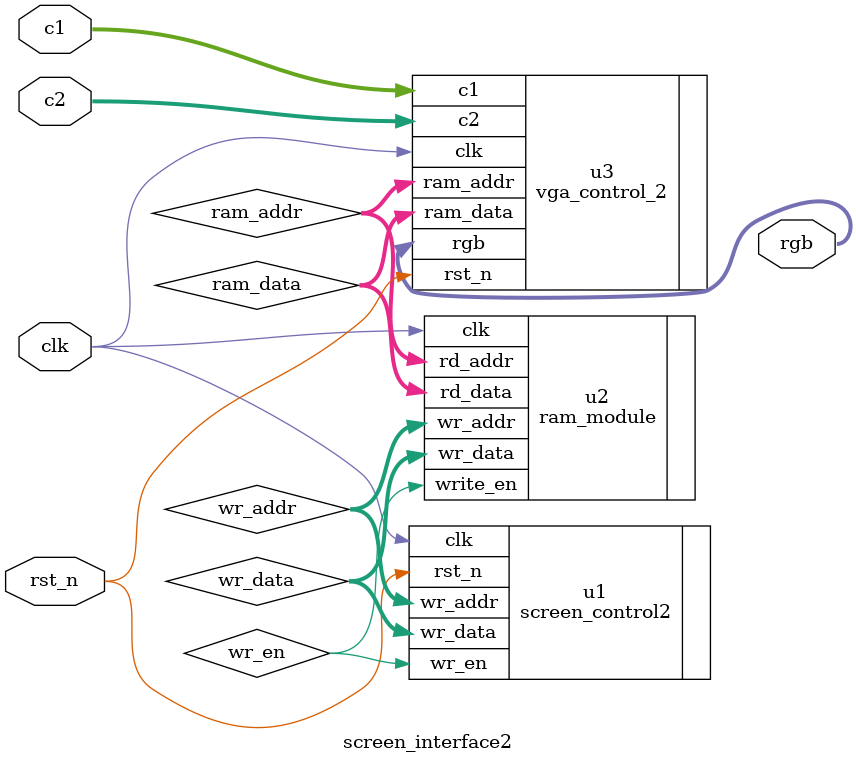
<source format=v>
module screen_interface2
(
    input clk,
    input rst_n,
    input [10:0] c1,
    input [10:0] c2,
    output [2:0]rgb
);

    wire wr_en;
    wire [10:0] wr_addr;
    wire [7:0]  wr_data;

    screen_control2 u1
    (
        .clk(clk),
        .rst_n(rst_n),
        .wr_en(wr_en),
        .wr_addr(wr_addr),
        .wr_data(wr_data)
    );
    
    wire [10:0] ram_addr;
    wire [7:0]  ram_data;
    
    ram_module u2
    (
        .clk(clk),
        // .rst_n(rst_n),
        .write_en(wr_en),
        .wr_addr(wr_addr),
        .wr_data(wr_data),
        .rd_addr(ram_addr),
        .rd_data(ram_data)
    );


    vga_control_2 u3
    (
        .clk(clk),
        .rst_n(rst_n),
        .c1(c1),
        .c2(c2),
        .rgb(rgb),
        .ram_addr(ram_addr),
        .ram_data(ram_data)
    );
    
endmodule


</source>
